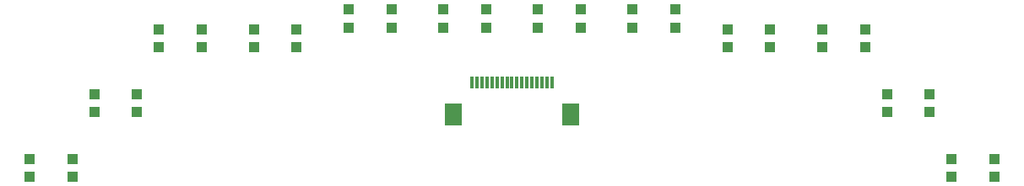
<source format=gbr>
%TF.GenerationSoftware,KiCad,Pcbnew,8.0.4*%
%TF.CreationDate,2024-11-30T14:16:15+01:00*%
%TF.ProjectId,Sensor_PCB,53656e73-6f72-45f5-9043-422e6b696361,rev?*%
%TF.SameCoordinates,Original*%
%TF.FileFunction,Paste,Top*%
%TF.FilePolarity,Positive*%
%FSLAX46Y46*%
G04 Gerber Fmt 4.6, Leading zero omitted, Abs format (unit mm)*
G04 Created by KiCad (PCBNEW 8.0.4) date 2024-11-30 14:16:15*
%MOMM*%
%LPD*%
G01*
G04 APERTURE LIST*
%ADD10R,1.000000X1.000000*%
%ADD11R,0.300000X1.300000*%
%ADD12R,1.800000X2.200000*%
G04 APERTURE END LIST*
D10*
%TO.C,IC1*%
X64850000Y-65900001D03*
X64850000Y-64099999D03*
X69150000Y-64099999D03*
X69150000Y-65900001D03*
%TD*%
%TO.C,IC9*%
X110650000Y-49100000D03*
X110650000Y-50900000D03*
X106350000Y-50900000D03*
X106350000Y-49100000D03*
%TD*%
%TO.C,IC3*%
X101150000Y-49100000D03*
X101150000Y-50900000D03*
X96850000Y-50900000D03*
X96850000Y-49100000D03*
%TD*%
%TO.C,IC7*%
X71350000Y-59400000D03*
X71350000Y-57600000D03*
X75650000Y-57600000D03*
X75650000Y-59400000D03*
%TD*%
%TO.C,IC10*%
X129650000Y-49100000D03*
X129650000Y-50900000D03*
X125350000Y-50900000D03*
X125350000Y-49100000D03*
%TD*%
%TO.C,IC2*%
X82150000Y-51099999D03*
X82150000Y-52900001D03*
X77850000Y-52900001D03*
X77850000Y-51099999D03*
%TD*%
%TO.C,IC6*%
X155150000Y-57600000D03*
X155150000Y-59400000D03*
X150850000Y-59400000D03*
X150850000Y-57600000D03*
%TD*%
%TO.C,IC11*%
X148650000Y-51100000D03*
X148650000Y-52900000D03*
X144350000Y-52900000D03*
X144350000Y-51100000D03*
%TD*%
D11*
%TO.C,SENSOR*%
X109250000Y-56400000D03*
X109750000Y-56400000D03*
X110250000Y-56400000D03*
X110750000Y-56400000D03*
X111250000Y-56400000D03*
X111750000Y-56400000D03*
X112250000Y-56400000D03*
X112750000Y-56400000D03*
X113250000Y-56400000D03*
X113750000Y-56400000D03*
X114250000Y-56400000D03*
X114750000Y-56400000D03*
X115250000Y-56400000D03*
X115750000Y-56400000D03*
X116250000Y-56400000D03*
X116750000Y-56400000D03*
X117250000Y-56400000D03*
D12*
X107350000Y-59650000D03*
X119150000Y-59650000D03*
%TD*%
D10*
%TO.C,IC12*%
X161650000Y-64100000D03*
X161650000Y-65900000D03*
X157350000Y-65900000D03*
X157350000Y-64100000D03*
%TD*%
%TO.C,IC4*%
X120150000Y-49100000D03*
X120150000Y-50900000D03*
X115850000Y-50900000D03*
X115850000Y-49100000D03*
%TD*%
%TO.C,IC8*%
X91650000Y-51100000D03*
X91650000Y-52900000D03*
X87350000Y-52900000D03*
X87350000Y-51100000D03*
%TD*%
%TO.C,IC5*%
X139150000Y-51100000D03*
X139150000Y-52900000D03*
X134850000Y-52900000D03*
X134850000Y-51100000D03*
%TD*%
M02*

</source>
